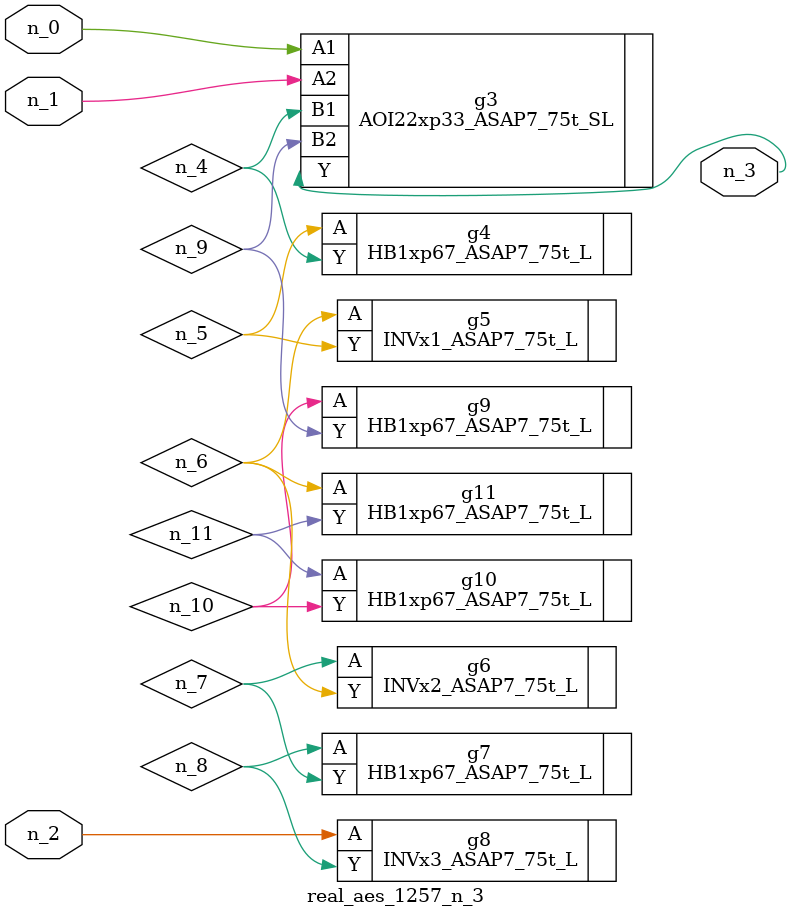
<source format=v>
module real_aes_1257_n_3 (n_0, n_2, n_1, n_3);
input n_0;
input n_2;
input n_1;
output n_3;
wire n_4;
wire n_5;
wire n_7;
wire n_9;
wire n_6;
wire n_8;
wire n_10;
wire n_11;
AOI22xp33_ASAP7_75t_SL g3 ( .A1(n_0), .A2(n_1), .B1(n_4), .B2(n_9), .Y(n_3) );
INVx3_ASAP7_75t_L g8 ( .A(n_2), .Y(n_8) );
HB1xp67_ASAP7_75t_L g4 ( .A(n_5), .Y(n_4) );
INVx1_ASAP7_75t_L g5 ( .A(n_6), .Y(n_5) );
HB1xp67_ASAP7_75t_L g11 ( .A(n_6), .Y(n_11) );
INVx2_ASAP7_75t_L g6 ( .A(n_7), .Y(n_6) );
HB1xp67_ASAP7_75t_L g7 ( .A(n_8), .Y(n_7) );
HB1xp67_ASAP7_75t_L g9 ( .A(n_10), .Y(n_9) );
HB1xp67_ASAP7_75t_L g10 ( .A(n_11), .Y(n_10) );
endmodule
</source>
